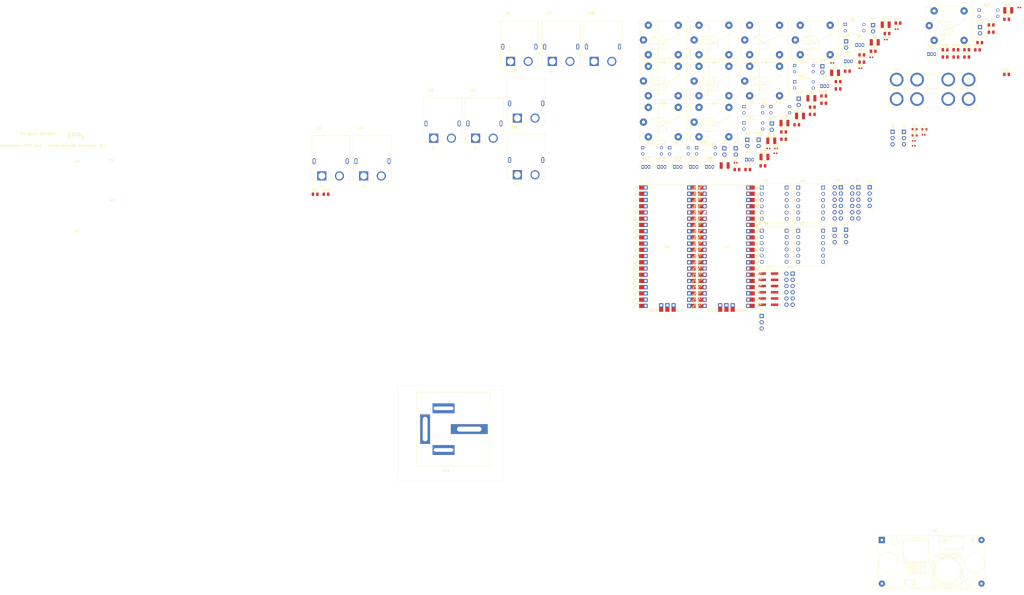
<source format=kicad_pcb>
(kicad_pcb (version 20211014) (generator pcbnew)
  (layers (0 "F.Cu" signal) (31 "B.Cu" signal) (34 "B.Paste" user) (35 "F.Paste" user) (36 "B.SilkS" user "B.Silkscreen") (37 "F.SilkS" user "F.Silkscreen") (38 "B.Mask" user) (39 "F.Mask" user) (44 "Edge.Cuts" user))
  (net 0 "")
  (net 1 "+5V")
  (net 2 "GND")
  (net 3 "/RC_Auto{slash}RC_RelaySig")
  (net 4 "Net-(D8-Pad2)")
  (net 5 "+12V")
  (net 6 "Net-(D9-Pad1)")
  (net 7 "Net-(D9-Pad2)")
  (net 8 "Net-(D1-Pad2)")
  (net 9 "Net-(D10-Pad1)")
  (net 10 "Net-(D2-Pad2)")
  (net 11 "Net-(D10-Pad2)")
  (net 12 "Net-(D3-Pad2)")
  (net 13 "Net-(D11-Pad1)")
  (net 14 "Net-(D4-Pad2)")
  (net 15 "Net-(D5-Pad2)")
  (net 16 "Net-(D6-Pad2)")
  (net 17 "Net-(D7-Pad2)")
  (net 18 "Net-(D11-Pad2)")
  (net 19 "Net-(D12-Pad1)")
  (net 20 "/RXD")
  (net 21 "/TXD")
  (net 22 "Net-(D12-Pad2)")
  (net 23 "Net-(D13-Pad1)")
  (net 24 "Net-(D13-Pad2)")
  (net 25 "/RC_EStopRelaySig")
  (net 26 "/LED")
  (net 27 "Net-(D14-Pad2)")
  (net 28 "Net-(D15-Pad2)")
  (net 29 "Net-(Q1-Pad1)")
  (net 30 "Net-(Q1-Pad3)")
  (net 31 "Net-(Q2-Pad1)")
  (net 32 "Net-(Q2-Pad3)")
  (net 33 "/RC_WaterCannonSig")
  (net 34 "Net-(D16-Pad2)")
  (net 35 "Net-(D17-Pad2)")
  (net 36 "Net-(D18-Pad1)")
  (net 37 "Net-(D18-Pad2)")
  (net 38 "Net-(D19-Pad1)")
  (net 39 "Net-(D19-Pad2)")
  (net 40 "Net-(D20-Pad1)")
  (net 41 "Net-(D20-Pad2)")
  (net 42 "Net-(D21-Pad1)")
  (net 43 "Net-(D21-Pad2)")
  (net 44 "+3V3")
  (net 45 "/3.3V_TX")
  (net 46 "/3.3V_RX")
  (net 47 "/3.3V_SCL")
  (net 48 "/3.3V_SDA")
  (net 49 "/5V_Tx")
  (net 50 "/5V_Rx")
  (net 51 "/5V_SCL")
  (net 52 "/5V_SDA")
  (net 53 "/FrontServoOut")
  (net 54 "E-Stop +5V")
  (net 55 "/TurretServoOut1")
  (net 56 "/TurretServoOut2")
  (net 57 "/Auto_3.3V_TX")
  (net 58 "/Auto_3.3V_RX")
  (net 59 "/Auto_3.3V_SCL")
  (net 60 "/Auto_3.3V_SDA")
  (net 61 "/Auto_5V_Tx")
  (net 62 "/Auto_5V_Rx")
  (net 63 "/Auto_5V_SCL")
  (net 64 "/Auto_5V_SDA")
  (net 65 "/BackServoOut")
  (net 66 "/FrontMotorOut")
  (net 67 "/BackMotorOut")
  (net 68 "+24V")
  (net 69 "E-Stopped +24V")
  (net 70 "Water Cannon Relay Signal +12V")
  (net 71 "/3.3V_RC_FrontMotorSig")
  (net 72 "/3.3V_AUTO_FrontMotorSig")
  (net 73 "/3.3V_RC_RearMotorSig")
  (net 74 "/3.3V_AUTO_RearMotorSig")
  (net 75 "/5V_RC_FrontServoSig")
  (net 76 "/5V_AUTO_FrontServoSig")
  (net 77 "/5V_RC_BackServoSig")
  (net 78 "/5V_AUTO_BackServoSig")
  (net 79 "/Boat Relays/WaterCannonSignal")
  (net 80 "/Auto_WaterCannonSig")
  (net 82 "E-Stop Relay Signal +24V")
  (net 83 "/5V_RC_WCServo2Sig")
  (net 84 "/5V_AUTO_WCServo2Sig")
  (net 86 "/5V_RC_WCServo1Sig")
  (net 87 "/5V_AUTO_WCServo1Sig")
  (net 88 "Net-(Q3-Pad1)")
  (net 89 "Net-(Q3-Pad3)")
  (net 90 "Net-(Q4-Pad1)")
  (net 91 "Net-(Q4-Pad3)")
  (net 92 "Net-(Q5-Pad1)")
  (net 93 "Net-(Q5-Pad3)")
  (net 94 "Net-(Q6-Pad2)")
  (net 95 "Net-(Q7-Pad2)")
  (net 96 "Net-(Q8-Pad2)")
  (net 97 "Net-(Q9-Pad2)")
  (net 98 "Net-(Q10-Pad2)")
  (net 99 "Net-(Q11-Pad1)")
  (net 100 "Net-(Q11-Pad3)")
  (net 101 "Net-(Q12-Pad1)")
  (net 102 "Net-(Q12-Pad3)")
  (net 103 "Net-(Q13-Pad1)")
  (net 104 "Net-(Q13-Pad3)")
  (net 105 "Net-(Q14-Pad1)")
  (net 106 "Net-(Q14-Pad3)")
  (net 107 "Net-(Q15-Pad2)")
  (net 108 "Net-(Q16-Pad2)")
  (net 109 "Net-(Q17-Pad2)")
  (net 110 "Net-(Q18-Pad2)")
  (net 111 "/Battery_Voltage_ADC")
  (net 112 "/3.3V_RC_FrontServoSig")
  (net 113 "/3.3V_RC_BackServoSig")
  (net 114 "/3.3V_RC_WCServo1Sig")
  (net 115 "/3.3V_RC_WCServo2Sig")
  (net 139 "/3.3V_AUTO_WCServo1Sig")
  (net 140 "/3.3V_AUTO_WCServo2Sig")
  (net 147 "/3.3V_AUTO_FrontServoSig")
  (net 148 "/3.3V_AUTO_BackServoSig")
  (net 163 "Net-(J22-Pad1)")
  (net 164 "Net-(J23-Pad1)")
  (net 165 "Net-(D22-Pad2)")
  (net 166 "Net-(D23-Pad1)")
  (net 167 "Net-(D23-Pad2)")
  (net 169 "Net-(Q19-Pad1)")
  (net 170 "Net-(Q19-Pad3)")
  (net 171 "Net-(Q20-Pad2)")
  (footprint "Connector_PinHeader_2.54mm:PinHeader_1x02_P2.54mm_Vertical" (layer "F.Cu") (at 256.405 -18.61)
    (fp_text reference "J13")
    (fp_text value "~")
  )
  (footprint "dylan:DIP762W50P254L650H458Q4B" (layer "F.Cu") (at 350.15 -70.23)
    (fp_text reference "Q19")
    (fp_text value "~")
  )
  (footprint "dylan:DIP762W50P254L650H458Q4B" (layer "F.Cu") (at 212.94 -14.13)
    (fp_text reference "Q12")
    (fp_text value "~")
  )
  (footprint "dylan:CONV_BOB-12009" (layer "F.Cu") (at 262.76 7.235)
    (fp_text reference "U2")
    (fp_text value "Level Shifter")
  )
  (footprint "Diode_SMD:D_1210_3225Metric" (layer "F.Cu") (at 258.785 -11.59)
    (fp_text reference "D20")
    (fp_text value "~")
  )
  (footprint "LED_SMD:LED_0402_1005Metric" (layer "F.Cu") (at 308.26 -59.46)
    (fp_text reference "D16")
    (fp_text value "LED2")
  )
  (footprint "Connector_PinSocket_2.54mm:PinSocket_2x06_P2.54mm_Vertical" (layer "F.Cu") (at 270.285 35.96)
    (fp_text reference "J10")
    (fp_text value "BackMotorOutput")
  )
  (footprint "LED_SMD:LED_0402_1005Metric" (layer "F.Cu") (at 302.37 -52.26)
    (fp_text reference "D8")
    (fp_text value "LED2")
  )
  (footprint "Connector_PinSocket_2.54mm:PinSocket_2x06_P2.54mm_Vertical" (layer "F.Cu") (at 297.095 0.76)
    (fp_text reference "J7")
    (fp_text value "RC_PICO_Power/Coms")
  )
  (footprint "Relay_THT:Relay_SPDT_Finder_36.11" (layer "F.Cu") (at 250.735 -42.57)
    (fp_text reference "K9")
    (fp_text value "~")
  )
  (footprint "Connector_PinHeader_2.54mm:PinHeader_1x02_P2.54mm_Vertical" (layer "F.Cu") (at 346.695 -64.59)
    (fp_text reference "J29")
    (fp_text value "~")
  )
  (footprint "LED_SMD:LED_0402_1005Metric" (layer "F.Cu") (at 362.7 -72.55)
    (fp_text reference "D22")
    (fp_text value "LED2")
  )
  (footprint "dylan:CONV_BOB-12009" (layer "F.Cu") (at 262.76 24.835)
    (fp_text reference "U5")
    (fp_text value "Level Shifter")
  )
  (footprint "Resistor_SMD:R_0805_2012Metric" (layer "F.Cu") (at 271.955 -24.72)
    (fp_text reference "R9")
    (fp_text value "1K")
  )
  (footprint "dylan:AMASS_XT60PW-M" (layer "F.Cu") (at 98.915 -9.87)
    (fp_text reference "J20")
    (fp_text value "24V IN")
  )
  (footprint "Connector_PinHeader_2.54mm:PinHeader_1x02_P2.54mm_Vertical" (layer "F.Cu") (at 251.755 -18.61)
    (fp_text reference "J14")
    (fp_text value "~")
  )
  (footprint "Resistor_SMD:R_0603_1608Metric" (layer "F.Cu") (at 320.015 -22.91)
    (fp_text reference "R6")
    (fp_text value "300")
  )
  (footprint "LED_SMD:LED_0402_1005Metric" (layer "F.Cu") (at 319.7 -18.15)
    (fp_text reference "D5")
    (fp_text value "LED")
  )
  (footprint "dylan:DIP762W50P254L650H458Q4B" (layer "F.Cu") (at 295.54 -64.38)
    (fp_text reference "Q5")
    (fp_text value "~")
  )
  (footprint "LED_SMD:LED_0402_1005Metric" (layer "F.Cu") (at 323.71 -20.66)
    (fp_text reference "D6")
    (fp_text value "LED")
  )
  (footprint "dylan:DIP762W50P254L650H458Q4B" (layer "F.Cu") (at 223.93 -14.13)
    (fp_text reference "Q2")
    (fp_text value "~")
  )
  (footprint "dylan:FUSE_3555-2" (layer "F.Cu") (at 327.39 -35.22)
    (fp_text reference "F1")
    (fp_text value "3555-2")
  )
  (footprint "dylan:RPi_Pico_SMD_TH" (layer "F.Cu") (at 219.2 24.995)
    (fp_text reference "U4")
    (fp_text value "Autonomous Pico")
  )
  (footprint "Package_TO_SOT_THT:TO-92_Inline" (layer "F.Cu") (at 215.655 -7.56)
    (fp_text reference "Q18")
    (fp_text value "~")
  )
  (footprint "dylan:DCDC_StepDown_LM2596" (layer "F.Cu") (at 306.68 144.61)
    (fp_text reference "U6")
    (fp_text value "12V TO 5V LM2596 (3A)")
  )
  (footprint "dylan:AMASS_XT60PW-M" (layer "F.Cu") (at 161.615 -33.46)
    (fp_text reference "J26")
    (fp_text value "12V OUT Xavier")
  )
  (footprint "Diode_SMD:D_1210_3225Metric" (layer "F.Cu") (at 303.765 -58.35)
    (fp_text reference "D21")
    (fp_text value "~")
  )
  (footprint "Relay_THT:Relay_SPDT_Finder_36.11" (layer "F.Cu") (at 250.735 -59.32)
    (fp_text reference "K8")
    (fp_text value "~")
  )
  (footprint "LED_SMD:LED_0402_1005Metric" (layer "F.Cu") (at 260.42 -15.08)
    (fp_text reference "D4")
    (fp_text value "LED2")
  )
  (footprint "Connector_PinHeader_2.54mm:PinHeader_1x02_P2.54mm_Vertical" (layer "F.Cu") (at 242.455 -15.12)
    (fp_text reference "J11")
    (fp_text value "~")
  )
  (footprint "Connector_PinSocket_2.54mm:PinSocket_2x06_P2.54mm_Vertical" (layer "F.Cu") (at 289.945 0.76)
    (fp_text reference "J9")
    (fp_text value "FrontMotorOutput")
  )
  (footprint "Resistor_SMD:R_0805_2012Metric" (layer "F.Cu") (at 341.255 -55.32)
    (fp_text reference "R29")
    (fp_text value "100K")
  )
  (footprint "LED_SMD:LED_0402_1005Metric" (layer "F.Cu") (at 263.56 -15.08)
    (fp_text reference "D15")
    (fp_text value "LED2")
  )
  (footprint "Connector_PinHeader_2.54mm:PinHeader_1x03_P2.54mm_Vertical" (layer "F.Cu") (at 292.055 18.06)
    (fp_text reference "J8")
    (fp_text value "BackServoOutput")
  )
  (footprint "Resistor_SMD:R_0805_2012Metric" (layer "F.Cu") (at 346.575 -58.24)
    (fp_text reference "R27")
    (fp_text value "100K")
  )
  (footprint "dylan:AMASS_XT60PW-M" (layer "F.Cu") (at 158.825 -56.57)
    (fp_text reference "J21")
    (fp_text value "24V IN")
  )
  (footprint "dylan:AMASS_XT60PW-M" (layer "F.Cu") (at 81.865 -9.87)
    (fp_text reference "J24")
    (fp_text value "24V Out To DC-DC Converter ")
  )
  (footprint "Connector_PinHeader_2.54mm:PinHeader_1x02_P2.54mm_Vertical" (layer "F.Cu") (at 303.075 -65.37)
    (fp_text reference "J17")
    (fp_text value "~")
  )
  (footprint "LED_SMD:LED_0402_1005Metric" (layer "F.Cu") (at 297.96 -47.81)
    (fp_text reference "D14")
    (fp_text value "LED2")
  )
  (footprint "dylan:AMASS_XT60PW-M" (layer "F.Cu") (at 144.565 -25.26)
    (fp_text reference "J22")
    (fp_text value "24V Out")
  )
  (footprint "Resistor_SMD:R_0805_2012Metric" (layer "F.Cu") (at 351.225 -62.49)
    (fp_text reference "R26")
    (fp_text value "100K")
  )
  (footprint "Package_TO_SOT_THT:TO-92_Inline" (layer "F.Cu") (at 291.745 -50.61)
    (fp_text reference "Q6")
    (fp_text value "~")
  )
  (footprint "Package_TO_SOT_THT:TO-92_Inline" (layer "F.Cu") (at 296.395 -57.24)
    (fp_text reference "Q9")
    (fp_text value "~")
  )
  (footprint "Resistor_SMD:R_0805_2012Metric" (layer "F.Cu") (at 288.815 -39.36)
    (fp_text reference "R14")
    (fp_text value "1K")
  )
  (footprint "dylan:DIP762W50P254L650H458Q4B" (layer "F.Cu") (at 254.24 -24.25)
    (fp_text reference "Q1")
    (fp_text value "~")
  )
  (footprint "Connector_PinHeader_2.54mm:PinHeader_1x02_P2.54mm_Vertical" (layer "F.Cu") (at 247.105 -15.12)
    (fp_text reference "J12")
    (fp_text value "~")
  )
  (footprint "Resistor_SMD:R_0805_2012Metric" (layer "F.Cu") (at 247.565 -6.47)
    (fp_text reference "R21")
    (fp_text value "1K")
  )
  (footprint "Connector_PinHeader_2.54mm:PinHeader_1x02_P2.54mm_Vertical" (layer "F.Cu") (at 282.425 -48.62)
    (fp_text reference "J16")
    (fp_text value "~")
  )
  (footprint "dylan:JD2912-1H-24VDC 80A 28VDC" (layer "F.Cu") (at 116.9 114.4)
    (fp_text reference "K10")
    (fp_text value "24V 80A E-Stop Relay")
  )
  (footprint "Resistor_SMD:R_0805_2012Metric" (layer "F.Cu") (at 282.945 -33.53)
    (fp_text reference "R12")
    (fp_text value "1K")
  )
  (footprint "Resistor_SMD:R_0805_2012Metric" (layer "F.Cu") (at 298.475 -50.28)
    (fp_text reference "R1")
    (fp_text value "1K")
  )
  (footprint "Resistor_SMD:R_0805_2012Metric" (layer "F.Cu") (at 298.475 -53.23)
    (fp_text reference "R13")
    (fp_text value "1K")
  )
  (footprint "Relay_THT:Relay_SPDT_Finder_36.11" (layer "F.Cu") (at 230.085 -25.82)
    (fp_text reference "K5")
    (fp_text value "~")
  )
  (footprint "Diode_SMD:D_1210_3225Metric" (layer "F.Cu") (at 266.945 -25.42)
    (fp_text reference "D19")
    (fp_text value "~")
  )
  (footprint "Resistor_SMD:R_0805_2012Metric" (layer "F.Cu") (at 282.945 -36.48)
    (fp_text reference "R18")
    (fp_text value "1K")
  )
  (footprint "Resistor_SMD:R_0805_2012Metric" (layer "F.Cu") (at 357.565 -67.78)
    (fp_text reference "R28")
    (fp_text value "100K")
  )
  (footprint "Resistor_SMD:R_0805_2012Metric" (layer "F.Cu") (at 258.145 -7.97)
    (fp_text reference "R19")
    (fp_text value "1K")
  )
  (footprint "Relay_THT:Relay_SPDT_Finder_36.11" (layer "F.Cu") (at 209.435 -42.57)
    (fp_text reference "K2")
    (fp_text value "~")
  )
  (footprint "Resistor_SMD:R_0603_1608Metric" (layer "F.Cu") (at 324.025 -22.91)
    (fp_text reference "R7")
    (fp_text value "300")
  )
  (footprint "Diode_SMD:D_1210_3225Metric" (layer "F.Cu") (at 273.285 -28.34)
    (fp_text reference "D12")
    (fp_text value "~")
  )
  (footprint "dylan:CONV_BOB-12009" (layer "F.Cu") (at 277.64 24.835)
    (fp_text reference "U1")
    (fp_text value "Level Shifter")
  )
  (footprint "Package_TO_SOT_THT:TO-92_Inline" (layer "F.Cu") (at 251.415 -10.48)
    (fp_text reference "Q10")
    (fp_text value "~")
  )
  (footprint "Resistor_SMD:R_0805_2012Metric" (layer "F.Cu") (at 266.585 -18.85)
    (fp_text reference "R10")
    (fp_text value "1K")
  )
  (footprint "LED_SMD:LED_0402_1005Metric" (layer "F.Cu") (at 286.44 -49.95)
    (fp_text reference "D3")
    (fp_text value "LED2")
  )
  (footprint "Diode_SMD:D_1210_3225Metric" (layer "F.Cu") (at 261.575 -18.22)
    (fp_text reference "D18")
    (fp_text value "~")
  )
  (footprint "Relay_THT:Relay_SPDT_Finder_36.11" (layer "F.Cu") (at 209.435 -59.32)
    (fp_text reference "K1")
    (fp_text value "~")
  )
  (footprint "Resistor_SMD:R_0805_2012Metric" (layer "F.Cu") (at 336.845 -55.32)
    (fp_text reference "R34")
    (fp_text value "1K")
  )
  (footprint "Relay_THT:Relay_SPDT_Finder_36.11" (layer "F.Cu") (at 209.435 -25.82)
    (fp_text reference "K7")
    (fp_text value "~")
  )
  (footprint "MountingHole:MountingHole_5.3mm_M5" (layer "F.Cu") (at -7.4 -4.05)
    (fp_text reference "H2")
    (fp_text value "MountingHole")
  )
  (footprint "Connector_PinHeader_2.54mm:PinHeader_1x03_P2.54mm_Vertical" (layer "F.Cu") (at 315.685 -21.84)
    (fp_text reference "J2")
    (fp_text value "FrontServoOutput")
  )
  (footprint "Resistor_SMD:R_0805_2012Metric" (layer "F.Cu") (at 288.815 -42.31)
    (fp_text reference "R17")
    (fp_text value "1K")
  )
  (footprint "dylan:RPi_Pico_SMD_TH" (layer "F.Cu") (at 243.28 24.995)
    (fp_text reference "U3")
    (fp_text value "RC Pico")
  )
  (footprint "Resistor_SMD:R_0603_1608Metric" (layer "F.Cu") (at 320.015 -20.4)
    (fp_text reference "R8")
    (fp_text value "300")
  )
  (footprint "Connector_PinHeader_2.54mm:PinHeader_1x03_P2.54mm_Vertical" (layer "F.Cu") (at 257.645 53.26)
    (fp_text reference "J6")
    (fp_text value "TurretServoOutput_2")
  )
  (footprint "MountingHole:MountingHole_5.3mm_M5" (layer "F.Cu") (at -21.4 -3.45)
    (fp_text reference "H4")
    (fp_text value "MountingHole")
  )
  (footprint "Resistor_SMD:R_0805_2012Metric" (layer "F.Cu") (at 308.775 -61.93)
    (fp_text reference "R16")
    (fp_text value "1K")
  )
  (footprint "Connector_PinHeader_2.54mm:PinHeader_1x02_P2.54mm_Vertical" (layer "F.Cu") (at 292.085 -58.74)
    (fp_text reference "J18")
    (fp_text value "~")
  )
  (footprint "Relay_THT:Relay_SPDT_Finder_36.11" (layer "F.Cu") (at 230.085 -42.57)
    (fp_text reference "K3")
    (fp_text value "~")
  )
  (footprint "Connector_PinHeader_2.54mm:PinHeader_1x04_P2.54mm_Vertical" (layer "F.Cu") (at 301.705 0.76)
    (fp_text reference "J3")
    (fp_text value "RC Reciever ")
  )
  (footprint "Diode_SMD:D_1210_3225Metric" (layer "F.Cu") (at 308.245 -65.55)
    (fp_text reference "D10")
    (fp_text value "~")
  )
  (footprint "Diode_SMD:D_1210_3225Metric" (layer "F.Cu") (at 277.935 -35.54)
    (fp_text reference "D13")
    (fp_text value "~")
  )
  (footprint "Connector_PinHeader_2.54mm:PinHeader_1x03_P2.54mm_Vertical" (layer "F.Cu") (at 287.405 18.06)
    (fp_text reference "J4")
    (fp_text value "TurretServoOutput_1")
  )
  (footprint "Resistor_SMD:R_0805_2012Metric" (layer "F.Cu") (at 332.435 -52.37)
    (fp_text reference "R33")
    (fp_text value "100K")
  )
  (footprint "dylan:AMASS_XT60PW-M" (layer "F.Cu") (at 161.615 -10.35)
    (fp_text reference "J23")
    (fp_text value "24V Out")
  )
  (footprint "LED_SMD:LED_0402_1005Metric" (layer "F.Cu") (at 319.7 -16.16)
    (fp_text reference "D7")
    (fp_text value "LED")
  )
  (footprint "Resistor_SMD:R_0805_2012Metric" (layer "F.Cu") (at 278.295 -28.97)
    (fp_text reference "R15")
    (fp_text value "1K")
  )
  (footprint "Resistor_SMD:R_0805_2012Metric" (layer "F.Cu") (at 266.585 -21.8)
    (fp_text reference "R20")
    (fp_text value "1K")
  )
  (footprint "Package_TO_SOT_THT:TO-92_Inline" (layer "F.Cu") (at 282.085 -40.49)
    (fp_text reference "Q7")
    (fp_text value "~")
  )
  (footprint "Resistor_SMD:R_0805_2012Metric" (layer "F.Cu") (at 313.255 -66.22)
    (fp_text reference "R11")
    (fp_text value "1K")
  )
  (footprint "MountingHole:MountingHole_5.3mm_M5" (layer "F.Cu") (at -21.55 12.45 180)
    (fp_text reference "H1")
    (fp_text value "MountingHole")
  )
  (footprint "Diode_SMD:D_1210_3225Metric" (layer "F.Cu") (at 358.205 -71.4)
    (fp_text reference "D23")
    (fp_text value "~")
  )
  (footprint "Connector_PinHeader_2.54mm:PinHeader_1x03_P2.54mm_Vertical" (layer "F.Cu") (at 311.035 -21.84)
    (fp_text reference "J5")
    (fp_text value "LED")
  )
  (footprint "Resistor_SMD:R_0805_2012Metric" (layer "F.Cu") (at 357.545 -45.26)
    (fp_text reference "R24")
    (fp_text value "100K")
  )
  (footprint "Resistor_SMD:R_0805_2012Metric" (layer "F.Cu") (at 79.955 3.59)
    (fp_text reference "R23")
    (fp_text value "15k")
  )
  (footprint "Resistor_SMD:R_0805_2012Metric" (layer "F.Cu") (at 303.125 -54.73)
    (fp_text reference "R4")
    (fp_text value "1K")
  )
  (footprint "Package_TO_SOT_THT:TO-92_Inline" (layer "F.Cu") (at 209.145 -7.56)
    (fp_text reference "Q17")
    (fp_text value "~")
  )
  (footprint "Resistor_SMD:R_0805_2012Metric" (layer "F.Cu") (at 278.295 -31.92)
    (fp_text reference "R5")
    (fp_text value "1K")
  )
  (footprint "Resistor_SMD:R_0805_2012Metric" (layer "F.Cu") (at 332.435 -55.32)
    (fp_text reference "R35")
    (fp_text value "1K")
  )
  (footprint "dylan:AMASS_XT60PW-M" (layer "F.Cu") (at 192.925 -56.57)
    (fp_text reference "J28")
    (fp_text value "12V OUT WaterPump")
  )
  (footprint "Relay_THT:Relay_SPDT_Finder_36.11" (layer "F.Cu") (at 325.995 -65.17)
    (fp_text reference "K11")
    (fp_text value "~")
  )
  (footprint "Relay_THT:Relay_SPDT_Finder_36.11" (layer "F.Cu") (at 230.085 -59.32)
    (fp_text reference "K6")
    (fp_text value "~")
  )
  (footprint "MountingHole:MountingHole_5.3mm_M5" (layer "F.Cu") (at -7.25 12.35)
    (fp_text reference "H3")
    (fp_text value "MountingHole")
  )
  (footprint "Package_TO_SOT_THT:TO-92_Inline" (layer "F.Cu") (at 325.705 -53.54)
    (fp_text reference "Q20")
    (fp_text value "~")
  )
  (footprint "Resistor_SMD:R_0805_2012Metric" (layer "F.Cu") (at 251.975 -6.47)
    (fp_text reference "R2")
    (fp_text value "1K")
  )
  (footprint "Package_TO_SOT_THT:TO-92_Inline" (layer "F.Cu") (at 222.165 -7.56)
    (fp_text reference "Q15")
    (fp_text value "~")
  )
  (footprint "Connector_PinHeader_2.54mm:PinHeader_1x02_P2.54mm_Vertical" (layer "F.Cu") (at 261.775 -25.24)
    (fp_text reference "J15")
    (fp_text value "~")
  )
  (footprint "Diode_SMD:D_1210_3225Metric" (layer "F.Cu") (at 242.555 -8.1)
    (fp_text reference "D11")
    (fp_text value "~")
  )
  (footprint "dylan:DIP762W50P254L650H458Q4B" (layer "F.Cu") (at 254.24 -30.88)
    (fp_text reference "Q3")
    (fp_text value "~")
  )
  (footprint "Diode_SMD:D_1210_3225Metric" (layer "F.Cu") (at 287.595 -45.93)
    (fp_text reference "D9")
    (fp_text value "~")
  )
  (footprint "dylan:AMASS_XT60PW-M" (layer "F.Cu") (at 175.875 -56.57)
    (fp_text reference "J27")
    (fp_text value "12V OUT Router")
  )
  (footprint "Relay_THT:Relay_SPDT_Finder_36.11" (layer "F.Cu") (at 271.385 -59.32)
    (fp_text reference "K4")
    (fp_text value "~")
  )
  (footprint "LED_SMD:LED_0402_1005Metric" (layer "F.Cu") (at 312.74 -63.75)
    (fp_text reference "D2")
    (fp_text value "LED2")
  )
  (footprint "dylan:DIP762W50P254L650H458Q4B" (layer "F.Cu") (at 274.89 -47.63)
    (fp_text reference "Q4")
    (fp_text value "~")
  )
  (footprint "Connector_PinSocket_2.54mm:PinSocket_2x06_P2.54mm_Vertical_SMD" (layer "F.Cu") (at 260.395 42.31)
    (fp_text reference "J1")
    (fp_text value "RC_PICO_Power/Coms")
  )
  (footprint "LED_SMD:LED_0402_1005Metric" (layer "F.Cu") (at 247.05 -9.25)
    (fp_text reference "D1")
    (fp_text value "LED2")
  )
  (footprint "LED_SMD:LED_0402_1005Metric" (layer "F.Cu") (at 263.28 -13.09)
    (fp_text reference "D17")
    (fp_text value "LED2")
  )
  (footprint "Resistor_SMD:R_0805_2012Metric" (layer "F.Cu") (at 75.545 3.59)
    (fp_text reference "R22")
    (fp_text value "10k")
  )
  (footprint "Package_TO_SOT_THT:TO-92_Inline" (layer "F.Cu") (at 235.185 -7.56)
    (fp_text reference "Q8")
    (fp_text value "~")
  )
  (footprint "Resistor_SMD:R_0805_2012Metric" (layer "F.Cu") (at 345.665 -55.29)
    (fp_text reference "R25")
    (fp_text value "100K")
  )
  (footprint "Resistor_SMD:R_0805_2012Metric" (layer "F.Cu") (at 336.845 -52.37)
    (fp_text reference "R31")
    (fp_text value "100K")
  )
  (footprint "dylan:AMASS_XT60PW-M" (layer "F.Cu") (at 127.515 -25.26)
    (fp_text reference "J25")
    (fp_text value "12V IN")
  )
  (footprint "Connector_PinHeader_2.54mm:PinHeader_1x02_P2.54mm_Vertical" (layer "F.Cu") (at 272.765 -35.36)
    (fp_text reference "J19")
    (fp_text value "~")
  )
  (footprint "dylan:DIP762W50P254L650H458Q4B" (layer "F.Cu") (at 265.23 -30.88)
    (fp_text reference "Q11")
    (fp_text value "~")
  )
  (footprint "Resistor_SMD:R_0805_2012Metric" (layer "F.Cu") (at 341.255 -52.37)
    (fp_text reference "R32")
    (fp_text value "100K")
  )
  (footprint "dylan:DIP762W50P254L650H458Q4B" (layer "F.Cu") (at 234.92 -14.13)
    (fp_text reference "Q13")
    (fp_text value "~")
  )
  (footprint "Resistor_SMD:R_0805_2012Metric" (layer "F.Cu") (at 351.225 -65.44)
    (fp_text reference "R30")
    (fp_text value "100K")
  )
  (footprint "dylan:DIP762W50P254L650H458Q4B" (layer "F.Cu") (at 274.89 -41)
    (fp_text reference "Q14")
    (fp_text value "~")
  )
  (footprint "Package_TO_SOT_THT:TO-92_Inline" (layer "F.Cu") (at 228.675 -7.56)
    (fp_text reference "Q16")
    (fp_text value "~")
  )
  (footprint "Resistor_SMD:R_0805_2012Metric" (layer "F.Cu") (at 292.605 -46.6)
    (fp_text reference "R3")
    (fp_text value "1K")
  )
  (footprint "dylan:FUSE_3555-2" (layer "F.Cu") (at 327.39 -43.16)
    (fp_text reference "F2")
    (fp_text value "3555-2")
  )
  (footprint "dylan:CONV_BOB-12009" (layer "F.Cu") (at 277.64 7.235)
    (fp_text reference "U8")
    (fp_text value "Level Shifter")
  )
  (gr_rect (start 109.25 81.65) (end 152.05 120.6) (layer "Edge.Cuts") (width 0.05) (fill none))
  (gr_text "EPPL" (at -21.85 -20.3) (layer "F.SilkS") (effects (font (size 2 2) (thickness 0.25))))
  (gr_text "By: Dylan Ballback" (at -37.5 -21.15) (layer "F.SilkS") (effects (font (size 1 1))))
  (gr_text "Autonomous Drift Cart - Linear Actuator Controller V0.1" (at -31.2 -16.25) (layer "F.SilkS") (effects (font (size 1 1))))
)
</source>
